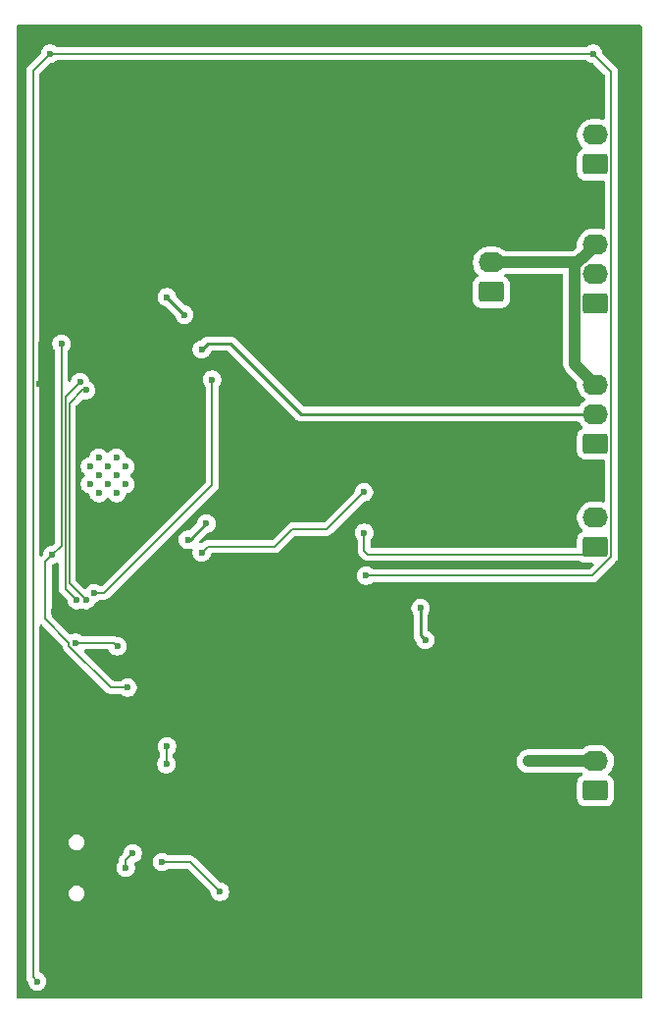
<source format=gbr>
%TF.GenerationSoftware,KiCad,Pcbnew,9.0.1*%
%TF.CreationDate,2025-04-06T11:33:29+02:00*%
%TF.ProjectId,TocBoatReceiver,546f6342-6f61-4745-9265-636569766572,rev?*%
%TF.SameCoordinates,Original*%
%TF.FileFunction,Copper,L2,Bot*%
%TF.FilePolarity,Positive*%
%FSLAX46Y46*%
G04 Gerber Fmt 4.6, Leading zero omitted, Abs format (unit mm)*
G04 Created by KiCad (PCBNEW 9.0.1) date 2025-04-06 11:33:29*
%MOMM*%
%LPD*%
G01*
G04 APERTURE LIST*
G04 Aperture macros list*
%AMRoundRect*
0 Rectangle with rounded corners*
0 $1 Rounding radius*
0 $2 $3 $4 $5 $6 $7 $8 $9 X,Y pos of 4 corners*
0 Add a 4 corners polygon primitive as box body*
4,1,4,$2,$3,$4,$5,$6,$7,$8,$9,$2,$3,0*
0 Add four circle primitives for the rounded corners*
1,1,$1+$1,$2,$3*
1,1,$1+$1,$4,$5*
1,1,$1+$1,$6,$7*
1,1,$1+$1,$8,$9*
0 Add four rect primitives between the rounded corners*
20,1,$1+$1,$2,$3,$4,$5,0*
20,1,$1+$1,$4,$5,$6,$7,0*
20,1,$1+$1,$6,$7,$8,$9,0*
20,1,$1+$1,$8,$9,$2,$3,0*%
G04 Aperture macros list end*
%TA.AperFunction,ComponentPad*%
%ADD10RoundRect,0.250000X0.845000X-0.620000X0.845000X0.620000X-0.845000X0.620000X-0.845000X-0.620000X0*%
%TD*%
%TA.AperFunction,ComponentPad*%
%ADD11O,2.190000X1.740000*%
%TD*%
%TA.AperFunction,HeatsinkPad*%
%ADD12C,0.600000*%
%TD*%
%TA.AperFunction,ViaPad*%
%ADD13C,0.600000*%
%TD*%
%TA.AperFunction,Conductor*%
%ADD14C,0.254000*%
%TD*%
%TA.AperFunction,Conductor*%
%ADD15C,1.000000*%
%TD*%
%TA.AperFunction,Conductor*%
%ADD16C,0.127000*%
%TD*%
%TA.AperFunction,Conductor*%
%ADD17C,0.200000*%
%TD*%
G04 APERTURE END LIST*
D10*
%TO.P,J8,1,Pin_1*%
%TO.N,+BATT*%
X173000000Y-72540000D03*
D11*
%TO.P,J8,2,Pin_2*%
%TO.N,GND*%
X173000000Y-70000000D03*
%TD*%
D10*
%TO.P,J6,1,Pin_1*%
%TO.N,+BATT*%
X182000000Y-85620000D03*
D11*
%TO.P,J6,2,Pin_2*%
%TO.N,/ESP32/GPIO4*%
X182000000Y-83080000D03*
%TO.P,J6,3,Pin_3*%
%TO.N,GND*%
X182000000Y-80540000D03*
%TD*%
D10*
%TO.P,J7,1,Pin_1*%
%TO.N,+BATT*%
X182000000Y-73540000D03*
D11*
%TO.P,J7,2,Pin_2*%
%TO.N,/ESP32/GPIO14*%
X182000000Y-71000000D03*
%TO.P,J7,3,Pin_3*%
%TO.N,GND*%
X182000000Y-68460000D03*
%TD*%
D10*
%TO.P,J3,1,Pin_1*%
%TO.N,Net-(J3-Pin_1)*%
X182000000Y-115540000D03*
D11*
%TO.P,J3,2,Pin_2*%
%TO.N,GND*%
X182000000Y-113000000D03*
%TD*%
D10*
%TO.P,J4,1,Pin_1*%
%TO.N,Net-(J4-Pin_1)*%
X182000000Y-94540000D03*
D11*
%TO.P,J4,2,Pin_2*%
%TO.N,Net-(J4-Pin_2)*%
X182000000Y-92000000D03*
%TD*%
D12*
%TO.P,U3,39,GND*%
%TO.N,GND*%
X139117500Y-89875000D03*
X140642500Y-89875000D03*
X138355000Y-89112500D03*
X139880000Y-89112500D03*
X141405000Y-89112500D03*
X139117500Y-88350000D03*
X140642500Y-88350000D03*
X138355000Y-87587500D03*
X139880000Y-87587500D03*
X141405000Y-87587500D03*
X139117500Y-86825000D03*
X140642500Y-86825000D03*
%TD*%
D10*
%TO.P,J5,1,Pin_1*%
%TO.N,Net-(J5-Pin_1)*%
X182000000Y-61540000D03*
D11*
%TO.P,J5,2,Pin_2*%
%TO.N,Net-(J5-Pin_2)*%
X182000000Y-59000000D03*
%TD*%
D13*
%TO.N,GND*%
X146800000Y-93900000D03*
X148400000Y-92500000D03*
X176200000Y-113000000D03*
%TO.N,+3.3V*%
X140700000Y-109800000D03*
X135200000Y-100100000D03*
X148700000Y-125700000D03*
%TO.N,/ESP32/SCL*%
X167300000Y-102550000D03*
X166900000Y-99800000D03*
%TO.N,+3.3V*%
X164500000Y-103500000D03*
%TO.N,/ESP32/GPIO4*%
X148000000Y-77500000D03*
%TO.N,+3.3V*%
X147000000Y-59000000D03*
X153000000Y-66500000D03*
%TO.N,/ESP32/GPIO16*%
X146500000Y-74500000D03*
X145000000Y-73000000D03*
%TO.N,+3.3V*%
X167500000Y-107500000D03*
%TO.N,EN*%
X141600000Y-106650000D03*
X135900000Y-77000000D03*
X135100000Y-95200000D03*
%TO.N,+3.3V*%
X134000000Y-80500000D03*
X176000000Y-125200000D03*
X168600000Y-123000000D03*
X134100000Y-77100000D03*
%TO.N,Net-(D1-K)*%
X133800000Y-132000000D03*
X162200000Y-97000000D03*
X134900000Y-52000000D03*
X181800000Y-52000000D03*
%TO.N,TX*%
X138000003Y-99100000D03*
X138000000Y-81000000D03*
%TO.N,D0*%
X148900000Y-80100000D03*
X140701500Y-103101500D03*
X138700000Y-98500000D03*
X137100000Y-102800000D03*
%TO.N,RX*%
X137200000Y-99100000D03*
X137500000Y-80300000D03*
%TO.N,+5V*%
X144573108Y-121694310D03*
X149566988Y-124266453D03*
%TO.N,Net-(J2-D+)*%
X142032603Y-120948454D03*
X141437500Y-122200000D03*
%TO.N,Net-(J4-Pin_1)*%
X162036500Y-93300000D03*
%TO.N,/ESP32/GPIO14*%
X148000000Y-95000000D03*
X162000828Y-89800828D03*
%TO.N,Net-(Q1B-E2)*%
X144951544Y-113248456D03*
X144991317Y-111709500D03*
%TD*%
D14*
%TO.N,GND*%
X147000000Y-93900000D02*
X148400000Y-92500000D01*
X146800000Y-93900000D02*
X147000000Y-93900000D01*
D15*
X182000000Y-113000000D02*
X176200000Y-113000000D01*
X180460000Y-70000000D02*
X181280000Y-69180000D01*
X173000000Y-70000000D02*
X180460000Y-70000000D01*
X181280000Y-69180000D02*
X180204000Y-70256000D01*
X180204000Y-70256000D02*
X180204000Y-78744000D01*
X180204000Y-78744000D02*
X182000000Y-80540000D01*
X182000000Y-68460000D02*
X181280000Y-69180000D01*
D14*
%TO.N,/ESP32/SCL*%
X166900000Y-102150000D02*
X167300000Y-102550000D01*
X166900000Y-99800000D02*
X166900000Y-102150000D01*
D16*
%TO.N,/ESP32/GPIO14*%
X158801656Y-93000000D02*
X162000828Y-89800828D01*
X154300000Y-94500000D02*
X155800000Y-93000000D01*
X155800000Y-93000000D02*
X158801656Y-93000000D01*
%TO.N,TX*%
X136554000Y-97654000D02*
X138000000Y-99100000D01*
X136554000Y-82146000D02*
X136554000Y-97654000D01*
X138000000Y-81000000D02*
X137700000Y-81000000D01*
X138000000Y-99100000D02*
X138000003Y-99100000D01*
X137700000Y-81000000D02*
X136554000Y-82146000D01*
D14*
%TO.N,/ESP32/GPIO4*%
X148500000Y-77000000D02*
X148000000Y-77500000D01*
X150500000Y-77000000D02*
X148500000Y-77000000D01*
X156580000Y-83080000D02*
X150500000Y-77000000D01*
X182000000Y-83080000D02*
X156580000Y-83080000D01*
%TO.N,/ESP32/GPIO16*%
X146500000Y-74500000D02*
X145000000Y-73000000D01*
D16*
%TO.N,EN*%
X136536500Y-103033410D02*
X136536500Y-102779752D01*
X141600000Y-106650000D02*
X140153090Y-106650000D01*
X134473000Y-100716252D02*
X134473000Y-95827000D01*
X136536500Y-102779752D02*
X134473000Y-100716252D01*
X135900000Y-94400000D02*
X135100000Y-95200000D01*
X134473000Y-95827000D02*
X135100000Y-95200000D01*
X140153090Y-106650000D02*
X136536500Y-103033410D01*
X135900000Y-77000000D02*
X135900000Y-94400000D01*
%TO.N,+3.3V*%
X134000000Y-80500000D02*
X134000000Y-77200000D01*
X134000000Y-77200000D02*
X134100000Y-77100000D01*
%TO.N,Net-(D1-K)*%
X183358500Y-53558500D02*
X183358500Y-95379626D01*
X183358500Y-95379626D02*
X181738126Y-97000000D01*
X181800000Y-52000000D02*
X183358500Y-53558500D01*
X181800000Y-52000000D02*
X134900000Y-52000000D01*
X181738126Y-97000000D02*
X162200000Y-97000000D01*
X133436500Y-131636500D02*
X133800000Y-132000000D01*
X134900000Y-52000000D02*
X133436500Y-53463500D01*
X133436500Y-53463500D02*
X133436500Y-131636500D01*
%TO.N,D0*%
X144400000Y-93700000D02*
X148900000Y-89200000D01*
X140400000Y-102800000D02*
X140701500Y-103101500D01*
X138700000Y-98500000D02*
X139600000Y-98500000D01*
X137100000Y-102800000D02*
X140400000Y-102800000D01*
X148900000Y-89200000D02*
X148900000Y-80100000D01*
X139600000Y-98500000D02*
X144400000Y-93700000D01*
%TO.N,RX*%
X137200000Y-99100000D02*
X136227000Y-98127000D01*
X136227000Y-81500000D02*
X136300000Y-81500000D01*
X136300000Y-81500000D02*
X137500000Y-80300000D01*
X136227000Y-98127000D02*
X136227000Y-81500000D01*
%TO.N,+5V*%
X146994845Y-121694310D02*
X149566988Y-124266453D01*
X144573108Y-121694310D02*
X146994845Y-121694310D01*
D17*
%TO.N,Net-(J2-D+)*%
X141437500Y-122200000D02*
X141437500Y-121543557D01*
X141437500Y-121543557D02*
X142032603Y-120948454D01*
D16*
%TO.N,Net-(J4-Pin_1)*%
X162036500Y-94833410D02*
X162036500Y-93300000D01*
X181376500Y-95163500D02*
X162366590Y-95163500D01*
X162366590Y-95163500D02*
X162036500Y-94833410D01*
X182000000Y-94540000D02*
X181376500Y-95163500D01*
%TO.N,/ESP32/GPIO14*%
X154300000Y-94500000D02*
X148500000Y-94500000D01*
X148500000Y-94500000D02*
X148000000Y-95000000D01*
%TO.N,Net-(Q1B-E2)*%
X144951544Y-111749273D02*
X144991317Y-111709500D01*
X144951544Y-113248456D02*
X144951544Y-111749273D01*
%TD*%
%TA.AperFunction,Conductor*%
%TO.N,+3.3V*%
G36*
X185942539Y-49520185D02*
G01*
X185988294Y-49572989D01*
X185999500Y-49624500D01*
X185999500Y-133375500D01*
X185979815Y-133442539D01*
X185927011Y-133488294D01*
X185875500Y-133499500D01*
X132124500Y-133499500D01*
X132057461Y-133479815D01*
X132011706Y-133427011D01*
X132000500Y-133375500D01*
X132000500Y-53389248D01*
X132872500Y-53389248D01*
X132872500Y-131710752D01*
X132910935Y-131854195D01*
X132910936Y-131854198D01*
X132982887Y-131978820D01*
X132999500Y-132040820D01*
X132999500Y-132078846D01*
X133030261Y-132233489D01*
X133030264Y-132233501D01*
X133090602Y-132379172D01*
X133090609Y-132379185D01*
X133178210Y-132510288D01*
X133178213Y-132510292D01*
X133289707Y-132621786D01*
X133289711Y-132621789D01*
X133420814Y-132709390D01*
X133420827Y-132709397D01*
X133566498Y-132769735D01*
X133566503Y-132769737D01*
X133721153Y-132800499D01*
X133721156Y-132800500D01*
X133721158Y-132800500D01*
X133878844Y-132800500D01*
X133878845Y-132800499D01*
X134033497Y-132769737D01*
X134179179Y-132709394D01*
X134310289Y-132621789D01*
X134421789Y-132510289D01*
X134509394Y-132379179D01*
X134569737Y-132233497D01*
X134600500Y-132078842D01*
X134600500Y-131921158D01*
X134600500Y-131921155D01*
X134600499Y-131921153D01*
X134569738Y-131766510D01*
X134569737Y-131766503D01*
X134546645Y-131710753D01*
X134509397Y-131620827D01*
X134509390Y-131620814D01*
X134421789Y-131489711D01*
X134421786Y-131489707D01*
X134310292Y-131378213D01*
X134310288Y-131378210D01*
X134179185Y-131290609D01*
X134179175Y-131290604D01*
X134077047Y-131248301D01*
X134022644Y-131204460D01*
X134000579Y-131138166D01*
X134000500Y-131133740D01*
X134000500Y-124468995D01*
X136499499Y-124468995D01*
X136526418Y-124604322D01*
X136526421Y-124604332D01*
X136579221Y-124731804D01*
X136579228Y-124731817D01*
X136655885Y-124846541D01*
X136655888Y-124846545D01*
X136753454Y-124944111D01*
X136753458Y-124944114D01*
X136868182Y-125020771D01*
X136868195Y-125020778D01*
X136979673Y-125066953D01*
X136995672Y-125073580D01*
X136995676Y-125073580D01*
X136995677Y-125073581D01*
X137131004Y-125100500D01*
X137131007Y-125100500D01*
X137268995Y-125100500D01*
X137360041Y-125082389D01*
X137404328Y-125073580D01*
X137531811Y-125020775D01*
X137646542Y-124944114D01*
X137744114Y-124846542D01*
X137820775Y-124731811D01*
X137873580Y-124604328D01*
X137882389Y-124560041D01*
X137900500Y-124468995D01*
X137900500Y-124331004D01*
X137873581Y-124195677D01*
X137873580Y-124195676D01*
X137873580Y-124195672D01*
X137870239Y-124187606D01*
X137820778Y-124068195D01*
X137820771Y-124068182D01*
X137744114Y-123953458D01*
X137744111Y-123953454D01*
X137646545Y-123855888D01*
X137646541Y-123855885D01*
X137531817Y-123779228D01*
X137531804Y-123779221D01*
X137404332Y-123726421D01*
X137404322Y-123726418D01*
X137268995Y-123699500D01*
X137268993Y-123699500D01*
X137131007Y-123699500D01*
X137131005Y-123699500D01*
X136995677Y-123726418D01*
X136995667Y-123726421D01*
X136868195Y-123779221D01*
X136868182Y-123779228D01*
X136753458Y-123855885D01*
X136753454Y-123855888D01*
X136655888Y-123953454D01*
X136655885Y-123953458D01*
X136579228Y-124068182D01*
X136579221Y-124068195D01*
X136526421Y-124195667D01*
X136526418Y-124195677D01*
X136499500Y-124331004D01*
X136499500Y-124331007D01*
X136499500Y-124468993D01*
X136499500Y-124468995D01*
X136499499Y-124468995D01*
X134000500Y-124468995D01*
X134000500Y-122121153D01*
X140637000Y-122121153D01*
X140637000Y-122278846D01*
X140667761Y-122433489D01*
X140667764Y-122433501D01*
X140728102Y-122579172D01*
X140728109Y-122579185D01*
X140815710Y-122710288D01*
X140815713Y-122710292D01*
X140927207Y-122821786D01*
X140927211Y-122821789D01*
X141058314Y-122909390D01*
X141058327Y-122909397D01*
X141203998Y-122969735D01*
X141204003Y-122969737D01*
X141358653Y-123000499D01*
X141358656Y-123000500D01*
X141358658Y-123000500D01*
X141516344Y-123000500D01*
X141516345Y-123000499D01*
X141670997Y-122969737D01*
X141816679Y-122909394D01*
X141947789Y-122821789D01*
X142059289Y-122710289D01*
X142146894Y-122579179D01*
X142207237Y-122433497D01*
X142238000Y-122278842D01*
X142238000Y-122121158D01*
X142238000Y-122121155D01*
X142237999Y-122121153D01*
X142228518Y-122073489D01*
X142207237Y-121966503D01*
X142174513Y-121887501D01*
X142167045Y-121818033D01*
X142198320Y-121755554D01*
X142258409Y-121719902D01*
X142264865Y-121718436D01*
X142266100Y-121718191D01*
X142411782Y-121657848D01*
X142475216Y-121615463D01*
X143772608Y-121615463D01*
X143772608Y-121773156D01*
X143803369Y-121927799D01*
X143803372Y-121927811D01*
X143863710Y-122073482D01*
X143863717Y-122073495D01*
X143951318Y-122204598D01*
X143951321Y-122204602D01*
X144062815Y-122316096D01*
X144062819Y-122316099D01*
X144193922Y-122403700D01*
X144193935Y-122403707D01*
X144339606Y-122464045D01*
X144339611Y-122464047D01*
X144494261Y-122494809D01*
X144494264Y-122494810D01*
X144494266Y-122494810D01*
X144651952Y-122494810D01*
X144651953Y-122494809D01*
X144806605Y-122464047D01*
X144952287Y-122403704D01*
X145083397Y-122316099D01*
X145083400Y-122316096D01*
X145104868Y-122294629D01*
X145166191Y-122261144D01*
X145192549Y-122258310D01*
X146709867Y-122258310D01*
X146776906Y-122277995D01*
X146797548Y-122294629D01*
X148730169Y-124227250D01*
X148763654Y-124288573D01*
X148766488Y-124314931D01*
X148766488Y-124345299D01*
X148797249Y-124499942D01*
X148797252Y-124499954D01*
X148857590Y-124645625D01*
X148857597Y-124645638D01*
X148945198Y-124776741D01*
X148945201Y-124776745D01*
X149056695Y-124888239D01*
X149056699Y-124888242D01*
X149187802Y-124975843D01*
X149187815Y-124975850D01*
X149333486Y-125036188D01*
X149333491Y-125036190D01*
X149488141Y-125066952D01*
X149488144Y-125066953D01*
X149488146Y-125066953D01*
X149645832Y-125066953D01*
X149645833Y-125066952D01*
X149800485Y-125036190D01*
X149946167Y-124975847D01*
X150077277Y-124888242D01*
X150188777Y-124776742D01*
X150276382Y-124645632D01*
X150336725Y-124499950D01*
X150367488Y-124345295D01*
X150367488Y-124187611D01*
X150367488Y-124187608D01*
X150367487Y-124187606D01*
X150336725Y-124032956D01*
X150303796Y-123953458D01*
X150276385Y-123887280D01*
X150276378Y-123887267D01*
X150188777Y-123756164D01*
X150188774Y-123756160D01*
X150077280Y-123644666D01*
X150077276Y-123644663D01*
X149946173Y-123557062D01*
X149946160Y-123557055D01*
X149800489Y-123496717D01*
X149800477Y-123496714D01*
X149645833Y-123465953D01*
X149645830Y-123465953D01*
X149615467Y-123465953D01*
X149548428Y-123446268D01*
X149527786Y-123429634D01*
X147453228Y-121355077D01*
X147453226Y-121355074D01*
X147341151Y-121242999D01*
X147341149Y-121242997D01*
X147235421Y-121181955D01*
X147212543Y-121168746D01*
X147212542Y-121168745D01*
X147212541Y-121168745D01*
X147069098Y-121130310D01*
X147069097Y-121130310D01*
X145192549Y-121130310D01*
X145125510Y-121110625D01*
X145104868Y-121093991D01*
X145083400Y-121072523D01*
X145083396Y-121072520D01*
X144952293Y-120984919D01*
X144952280Y-120984912D01*
X144806609Y-120924574D01*
X144806597Y-120924571D01*
X144651953Y-120893810D01*
X144651950Y-120893810D01*
X144494266Y-120893810D01*
X144494263Y-120893810D01*
X144339618Y-120924571D01*
X144339606Y-120924574D01*
X144193935Y-120984912D01*
X144193922Y-120984919D01*
X144062819Y-121072520D01*
X144062815Y-121072523D01*
X143951321Y-121184017D01*
X143951318Y-121184021D01*
X143863717Y-121315124D01*
X143863710Y-121315137D01*
X143803372Y-121460808D01*
X143803369Y-121460820D01*
X143772608Y-121615463D01*
X142475216Y-121615463D01*
X142542892Y-121570243D01*
X142542895Y-121570240D01*
X142591441Y-121521695D01*
X142654389Y-121458746D01*
X142654392Y-121458743D01*
X142741997Y-121327633D01*
X142747176Y-121315131D01*
X142777055Y-121242995D01*
X142802340Y-121181951D01*
X142833103Y-121027296D01*
X142833103Y-120869612D01*
X142833103Y-120869609D01*
X142833102Y-120869607D01*
X142802341Y-120714964D01*
X142802341Y-120714962D01*
X142802340Y-120714957D01*
X142785201Y-120673580D01*
X142742000Y-120569281D01*
X142741993Y-120569268D01*
X142654392Y-120438165D01*
X142654389Y-120438161D01*
X142542895Y-120326667D01*
X142542891Y-120326664D01*
X142411788Y-120239063D01*
X142411775Y-120239056D01*
X142266104Y-120178718D01*
X142266092Y-120178715D01*
X142111448Y-120147954D01*
X142111445Y-120147954D01*
X141953761Y-120147954D01*
X141953758Y-120147954D01*
X141799113Y-120178715D01*
X141799101Y-120178718D01*
X141653430Y-120239056D01*
X141653417Y-120239063D01*
X141522314Y-120326664D01*
X141522310Y-120326667D01*
X141410816Y-120438161D01*
X141410813Y-120438165D01*
X141323212Y-120569268D01*
X141323205Y-120569281D01*
X141262867Y-120714952D01*
X141262864Y-120714962D01*
X141231965Y-120870301D01*
X141223199Y-120887058D01*
X141219180Y-120905535D01*
X141200435Y-120930576D01*
X141199580Y-120932212D01*
X141198030Y-120933790D01*
X141146908Y-120984912D01*
X141068785Y-121063035D01*
X141068784Y-121063036D01*
X141061718Y-121070103D01*
X141061715Y-121070104D01*
X141061714Y-121070105D01*
X141061715Y-121070106D01*
X140956978Y-121174842D01*
X140926643Y-121227386D01*
X140917630Y-121242998D01*
X140877923Y-121311772D01*
X140836999Y-121464500D01*
X140836999Y-121464502D01*
X140836999Y-121620235D01*
X140817314Y-121687274D01*
X140816101Y-121689126D01*
X140728109Y-121820814D01*
X140728102Y-121820827D01*
X140667764Y-121966498D01*
X140667761Y-121966510D01*
X140637000Y-122121153D01*
X134000500Y-122121153D01*
X134000500Y-120068995D01*
X136499499Y-120068995D01*
X136526418Y-120204322D01*
X136526421Y-120204332D01*
X136579221Y-120331804D01*
X136579228Y-120331817D01*
X136655885Y-120446541D01*
X136655888Y-120446545D01*
X136753454Y-120544111D01*
X136753458Y-120544114D01*
X136868182Y-120620771D01*
X136868195Y-120620778D01*
X136995667Y-120673578D01*
X136995672Y-120673580D01*
X136995676Y-120673580D01*
X136995677Y-120673581D01*
X137131004Y-120700500D01*
X137131007Y-120700500D01*
X137268995Y-120700500D01*
X137360041Y-120682389D01*
X137404328Y-120673580D01*
X137531811Y-120620775D01*
X137646542Y-120544114D01*
X137744114Y-120446542D01*
X137820775Y-120331811D01*
X137873580Y-120204328D01*
X137900500Y-120068993D01*
X137900500Y-119931007D01*
X137900500Y-119931004D01*
X137873581Y-119795677D01*
X137873580Y-119795676D01*
X137873580Y-119795672D01*
X137873578Y-119795667D01*
X137820778Y-119668195D01*
X137820771Y-119668182D01*
X137744114Y-119553458D01*
X137744111Y-119553454D01*
X137646545Y-119455888D01*
X137646541Y-119455885D01*
X137531817Y-119379228D01*
X137531804Y-119379221D01*
X137404332Y-119326421D01*
X137404322Y-119326418D01*
X137268995Y-119299500D01*
X137268993Y-119299500D01*
X137131007Y-119299500D01*
X137131005Y-119299500D01*
X136995677Y-119326418D01*
X136995667Y-119326421D01*
X136868195Y-119379221D01*
X136868182Y-119379228D01*
X136753458Y-119455885D01*
X136753454Y-119455888D01*
X136655888Y-119553454D01*
X136655885Y-119553458D01*
X136579228Y-119668182D01*
X136579221Y-119668195D01*
X136526421Y-119795667D01*
X136526418Y-119795677D01*
X136499500Y-119931004D01*
X136499500Y-119931007D01*
X136499500Y-120068993D01*
X136499500Y-120068995D01*
X136499499Y-120068995D01*
X134000500Y-120068995D01*
X134000500Y-113169609D01*
X144151044Y-113169609D01*
X144151044Y-113327302D01*
X144181805Y-113481945D01*
X144181808Y-113481957D01*
X144242146Y-113627628D01*
X144242153Y-113627641D01*
X144329754Y-113758744D01*
X144329757Y-113758748D01*
X144441251Y-113870242D01*
X144441255Y-113870245D01*
X144572358Y-113957846D01*
X144572371Y-113957853D01*
X144675332Y-114000500D01*
X144718047Y-114018193D01*
X144801551Y-114034803D01*
X144872697Y-114048955D01*
X144872700Y-114048956D01*
X144872702Y-114048956D01*
X145030388Y-114048956D01*
X145030389Y-114048955D01*
X145185041Y-114018193D01*
X145297710Y-113971523D01*
X145330716Y-113957853D01*
X145330716Y-113957852D01*
X145330723Y-113957850D01*
X145461833Y-113870245D01*
X145573333Y-113758745D01*
X145660938Y-113627635D01*
X145721281Y-113481953D01*
X145752044Y-113327298D01*
X145752044Y-113169614D01*
X145752044Y-113169611D01*
X145752043Y-113169609D01*
X145737907Y-113098543D01*
X175199499Y-113098543D01*
X175237947Y-113291829D01*
X175237950Y-113291839D01*
X175313364Y-113473907D01*
X175313371Y-113473920D01*
X175422860Y-113637781D01*
X175422863Y-113637785D01*
X175562214Y-113777136D01*
X175562218Y-113777139D01*
X175726079Y-113886628D01*
X175726092Y-113886635D01*
X175898013Y-113957846D01*
X175908165Y-113962051D01*
X175908169Y-113962051D01*
X175908170Y-113962052D01*
X176101456Y-114000500D01*
X176101459Y-114000500D01*
X180779624Y-114000500D01*
X180846663Y-114020185D01*
X180892418Y-114072989D01*
X180902362Y-114142147D01*
X180873337Y-114205703D01*
X180841014Y-114230100D01*
X180841813Y-114231395D01*
X180835667Y-114235185D01*
X180835666Y-114235186D01*
X180737419Y-114295784D01*
X180686342Y-114327289D01*
X180562289Y-114451342D01*
X180470187Y-114600663D01*
X180470186Y-114600666D01*
X180415001Y-114767203D01*
X180415001Y-114767204D01*
X180415000Y-114767204D01*
X180404500Y-114869983D01*
X180404500Y-116210001D01*
X180404501Y-116210018D01*
X180415000Y-116312796D01*
X180415001Y-116312799D01*
X180470185Y-116479331D01*
X180470186Y-116479334D01*
X180562288Y-116628656D01*
X180686344Y-116752712D01*
X180835666Y-116844814D01*
X181002203Y-116899999D01*
X181104991Y-116910500D01*
X182895008Y-116910499D01*
X182997797Y-116899999D01*
X183164334Y-116844814D01*
X183313656Y-116752712D01*
X183437712Y-116628656D01*
X183529814Y-116479334D01*
X183584999Y-116312797D01*
X183595500Y-116210009D01*
X183595499Y-114869992D01*
X183584999Y-114767203D01*
X183529814Y-114600666D01*
X183437712Y-114451344D01*
X183313656Y-114327288D01*
X183164334Y-114235186D01*
X183164326Y-114235181D01*
X183163645Y-114234864D01*
X183163256Y-114234521D01*
X183158187Y-114231395D01*
X183158721Y-114230528D01*
X183111208Y-114188688D01*
X183092060Y-114121494D01*
X183112280Y-114054614D01*
X183128366Y-114034813D01*
X183270359Y-113892821D01*
X183397157Y-113718299D01*
X183495092Y-113526089D01*
X183561754Y-113320926D01*
X183576752Y-113226230D01*
X183595500Y-113107866D01*
X183595500Y-112892133D01*
X183571113Y-112738163D01*
X183561754Y-112679074D01*
X183495092Y-112473911D01*
X183397157Y-112281701D01*
X183270359Y-112107179D01*
X183117821Y-111954641D01*
X182943299Y-111827843D01*
X182751089Y-111729908D01*
X182545926Y-111663246D01*
X182545924Y-111663245D01*
X182545922Y-111663245D01*
X182332866Y-111629500D01*
X182332861Y-111629500D01*
X181667139Y-111629500D01*
X181667134Y-111629500D01*
X181454077Y-111663245D01*
X181248908Y-111729909D01*
X181056700Y-111827843D01*
X180957129Y-111900186D01*
X180882179Y-111954641D01*
X180882177Y-111954643D01*
X180882176Y-111954643D01*
X180873639Y-111963181D01*
X180812316Y-111996666D01*
X180785958Y-111999500D01*
X176101457Y-111999500D01*
X175908170Y-112037947D01*
X175908160Y-112037950D01*
X175726092Y-112113364D01*
X175726079Y-112113371D01*
X175562218Y-112222860D01*
X175562214Y-112222863D01*
X175422863Y-112362214D01*
X175422860Y-112362218D01*
X175313371Y-112526079D01*
X175313364Y-112526092D01*
X175237950Y-112708160D01*
X175237947Y-112708170D01*
X175199500Y-112901456D01*
X175199500Y-112901459D01*
X175199500Y-113098541D01*
X175199500Y-113098543D01*
X175199499Y-113098543D01*
X145737907Y-113098543D01*
X145721281Y-113014959D01*
X145670405Y-112892133D01*
X145660941Y-112869283D01*
X145660934Y-112869270D01*
X145573333Y-112738167D01*
X145573330Y-112738163D01*
X145551863Y-112716696D01*
X145518378Y-112655373D01*
X145515544Y-112629015D01*
X145515544Y-112368713D01*
X145535229Y-112301674D01*
X145551858Y-112281036D01*
X145613106Y-112219789D01*
X145700711Y-112088679D01*
X145761054Y-111942997D01*
X145791817Y-111788342D01*
X145791817Y-111630658D01*
X145791817Y-111630655D01*
X145791816Y-111630653D01*
X145761055Y-111476010D01*
X145761054Y-111476003D01*
X145761052Y-111475998D01*
X145700714Y-111330327D01*
X145700707Y-111330314D01*
X145613106Y-111199211D01*
X145613103Y-111199207D01*
X145501609Y-111087713D01*
X145501605Y-111087710D01*
X145370502Y-111000109D01*
X145370489Y-111000102D01*
X145224818Y-110939764D01*
X145224806Y-110939761D01*
X145070162Y-110909000D01*
X145070159Y-110909000D01*
X144912475Y-110909000D01*
X144912472Y-110909000D01*
X144757827Y-110939761D01*
X144757815Y-110939764D01*
X144612144Y-111000102D01*
X144612131Y-111000109D01*
X144481028Y-111087710D01*
X144481024Y-111087713D01*
X144369530Y-111199207D01*
X144369527Y-111199211D01*
X144281926Y-111330314D01*
X144281919Y-111330327D01*
X144221581Y-111475998D01*
X144221578Y-111476010D01*
X144190817Y-111630653D01*
X144190817Y-111788346D01*
X144221578Y-111942989D01*
X144221581Y-111943001D01*
X144281919Y-112088672D01*
X144281926Y-112088685D01*
X144366646Y-112215476D01*
X144387524Y-112282153D01*
X144387544Y-112284367D01*
X144387544Y-112629015D01*
X144367859Y-112696054D01*
X144351225Y-112716696D01*
X144329757Y-112738163D01*
X144329754Y-112738167D01*
X144242153Y-112869270D01*
X144242146Y-112869283D01*
X144181808Y-113014954D01*
X144181805Y-113014966D01*
X144151044Y-113169609D01*
X134000500Y-113169609D01*
X134000500Y-101340730D01*
X134020185Y-101273691D01*
X134072989Y-101227936D01*
X134142147Y-101217992D01*
X134205703Y-101247017D01*
X134212181Y-101253049D01*
X135936181Y-102977049D01*
X135969666Y-103038372D01*
X135972500Y-103064730D01*
X135972500Y-103107663D01*
X135989683Y-103171789D01*
X135991974Y-103180341D01*
X136010935Y-103251107D01*
X136010936Y-103251108D01*
X136085187Y-103379714D01*
X136085189Y-103379716D01*
X136197261Y-103491788D01*
X136197266Y-103491792D01*
X139806786Y-107101313D01*
X139806787Y-107101314D01*
X139806789Y-107101315D01*
X139935390Y-107175563D01*
X139935391Y-107175563D01*
X139935394Y-107175565D01*
X140078838Y-107214001D01*
X140078841Y-107214001D01*
X140234939Y-107214001D01*
X140234955Y-107214000D01*
X140980559Y-107214000D01*
X141047598Y-107233685D01*
X141068240Y-107250319D01*
X141089707Y-107271786D01*
X141089711Y-107271789D01*
X141220814Y-107359390D01*
X141220827Y-107359397D01*
X141366498Y-107419735D01*
X141366503Y-107419737D01*
X141521153Y-107450499D01*
X141521156Y-107450500D01*
X141521158Y-107450500D01*
X141678844Y-107450500D01*
X141678845Y-107450499D01*
X141833497Y-107419737D01*
X141979179Y-107359394D01*
X142110289Y-107271789D01*
X142221789Y-107160289D01*
X142309394Y-107029179D01*
X142369737Y-106883497D01*
X142400500Y-106728842D01*
X142400500Y-106571158D01*
X142400500Y-106571155D01*
X142400499Y-106571153D01*
X142369738Y-106416510D01*
X142369737Y-106416503D01*
X142369735Y-106416498D01*
X142309397Y-106270827D01*
X142309390Y-106270814D01*
X142221789Y-106139711D01*
X142221786Y-106139707D01*
X142110292Y-106028213D01*
X142110288Y-106028210D01*
X141979185Y-105940609D01*
X141979172Y-105940602D01*
X141833501Y-105880264D01*
X141833489Y-105880261D01*
X141678845Y-105849500D01*
X141678842Y-105849500D01*
X141521158Y-105849500D01*
X141521155Y-105849500D01*
X141366510Y-105880261D01*
X141366498Y-105880264D01*
X141220827Y-105940602D01*
X141220814Y-105940609D01*
X141089711Y-106028210D01*
X141089707Y-106028213D01*
X141068240Y-106049681D01*
X141006917Y-106083166D01*
X140980559Y-106086000D01*
X140438069Y-106086000D01*
X140371030Y-106066315D01*
X140350388Y-106049681D01*
X137876388Y-103575681D01*
X137842903Y-103514358D01*
X137847887Y-103444666D01*
X137889759Y-103388733D01*
X137955223Y-103364316D01*
X137964069Y-103364000D01*
X139860922Y-103364000D01*
X139927961Y-103383685D01*
X139973716Y-103436489D01*
X139975483Y-103440548D01*
X139992102Y-103480673D01*
X139992109Y-103480685D01*
X140079710Y-103611788D01*
X140079713Y-103611792D01*
X140191207Y-103723286D01*
X140191211Y-103723289D01*
X140322314Y-103810890D01*
X140322327Y-103810897D01*
X140467998Y-103871235D01*
X140468003Y-103871237D01*
X140622653Y-103901999D01*
X140622656Y-103902000D01*
X140622658Y-103902000D01*
X140780344Y-103902000D01*
X140780345Y-103901999D01*
X140934997Y-103871237D01*
X141080679Y-103810894D01*
X141211789Y-103723289D01*
X141323289Y-103611789D01*
X141410894Y-103480679D01*
X141471237Y-103334997D01*
X141502000Y-103180342D01*
X141502000Y-103022658D01*
X141502000Y-103022655D01*
X141501999Y-103022653D01*
X141471238Y-102868010D01*
X141471237Y-102868003D01*
X141471235Y-102867998D01*
X141410897Y-102722327D01*
X141410890Y-102722314D01*
X141323289Y-102591211D01*
X141323286Y-102591207D01*
X141211792Y-102479713D01*
X141211788Y-102479710D01*
X141080685Y-102392109D01*
X141080672Y-102392102D01*
X140935001Y-102331764D01*
X140934989Y-102331761D01*
X140780345Y-102301000D01*
X140780342Y-102301000D01*
X140696933Y-102301000D01*
X140634934Y-102284387D01*
X140617696Y-102274435D01*
X140474253Y-102236000D01*
X140474252Y-102236000D01*
X137719441Y-102236000D01*
X137652402Y-102216315D01*
X137631760Y-102199681D01*
X137610292Y-102178213D01*
X137610288Y-102178210D01*
X137479185Y-102090609D01*
X137479172Y-102090602D01*
X137333501Y-102030264D01*
X137333489Y-102030261D01*
X137178845Y-101999500D01*
X137178842Y-101999500D01*
X137021158Y-101999500D01*
X137021155Y-101999500D01*
X136866510Y-102030261D01*
X136866498Y-102030264D01*
X136743733Y-102081115D01*
X136674264Y-102088584D01*
X136611785Y-102057308D01*
X136608600Y-102054235D01*
X135073319Y-100518954D01*
X135039834Y-100457631D01*
X135037000Y-100431273D01*
X135037000Y-96124500D01*
X135056685Y-96057461D01*
X135109489Y-96011706D01*
X135161000Y-96000500D01*
X135178844Y-96000500D01*
X135178845Y-96000499D01*
X135333497Y-95969737D01*
X135479179Y-95909394D01*
X135479188Y-95909387D01*
X135480542Y-95908665D01*
X135481343Y-95908498D01*
X135484808Y-95907063D01*
X135485080Y-95907719D01*
X135548944Y-95894420D01*
X135614189Y-95919418D01*
X135655562Y-95975721D01*
X135663000Y-96018021D01*
X135663000Y-98201254D01*
X135684716Y-98282303D01*
X135684717Y-98282303D01*
X135701436Y-98344699D01*
X135775684Y-98473300D01*
X135775689Y-98473306D01*
X135887761Y-98585378D01*
X135887767Y-98585383D01*
X136363181Y-99060797D01*
X136396666Y-99122120D01*
X136399500Y-99148478D01*
X136399500Y-99178846D01*
X136430261Y-99333489D01*
X136430264Y-99333501D01*
X136490602Y-99479172D01*
X136490609Y-99479185D01*
X136578210Y-99610288D01*
X136578213Y-99610292D01*
X136689707Y-99721786D01*
X136689711Y-99721789D01*
X136820814Y-99809390D01*
X136820827Y-99809397D01*
X136966498Y-99869735D01*
X136966503Y-99869737D01*
X137121153Y-99900499D01*
X137121156Y-99900500D01*
X137121158Y-99900500D01*
X137278844Y-99900500D01*
X137278845Y-99900499D01*
X137433497Y-99869737D01*
X137552550Y-99820423D01*
X137622017Y-99812955D01*
X137647450Y-99820422D01*
X137766506Y-99869737D01*
X137921156Y-99900499D01*
X137921159Y-99900500D01*
X137921161Y-99900500D01*
X138078847Y-99900500D01*
X138078848Y-99900499D01*
X138233500Y-99869737D01*
X138379182Y-99809394D01*
X138510292Y-99721789D01*
X138510928Y-99721153D01*
X166099500Y-99721153D01*
X166099500Y-99878846D01*
X166130261Y-100033489D01*
X166130264Y-100033501D01*
X166190603Y-100179174D01*
X166190604Y-100179175D01*
X166190606Y-100179179D01*
X166251602Y-100270465D01*
X166272480Y-100337142D01*
X166272500Y-100339356D01*
X166272500Y-102211807D01*
X166296612Y-102333028D01*
X166296613Y-102333032D01*
X166296614Y-102333035D01*
X166321083Y-102392106D01*
X166343917Y-102447233D01*
X166384417Y-102507845D01*
X166387515Y-102512481D01*
X166387518Y-102512487D01*
X166412589Y-102550008D01*
X166474908Y-102612327D01*
X166508392Y-102673648D01*
X166508843Y-102675815D01*
X166530261Y-102783491D01*
X166530264Y-102783501D01*
X166590602Y-102929172D01*
X166590609Y-102929185D01*
X166678210Y-103060288D01*
X166678213Y-103060292D01*
X166789707Y-103171786D01*
X166789711Y-103171789D01*
X166920814Y-103259390D01*
X166920827Y-103259397D01*
X167066498Y-103319735D01*
X167066503Y-103319737D01*
X167221153Y-103350499D01*
X167221156Y-103350500D01*
X167221158Y-103350500D01*
X167378844Y-103350500D01*
X167378845Y-103350499D01*
X167533497Y-103319737D01*
X167679179Y-103259394D01*
X167810289Y-103171789D01*
X167921789Y-103060289D01*
X168009394Y-102929179D01*
X168069737Y-102783497D01*
X168100500Y-102628842D01*
X168100500Y-102471158D01*
X168100500Y-102471155D01*
X168100499Y-102471153D01*
X168084775Y-102392106D01*
X168069737Y-102316503D01*
X168069735Y-102316498D01*
X168009397Y-102170827D01*
X168009390Y-102170814D01*
X167921789Y-102039711D01*
X167921786Y-102039707D01*
X167810292Y-101928213D01*
X167810288Y-101928210D01*
X167679185Y-101840609D01*
X167679175Y-101840604D01*
X167604047Y-101809485D01*
X167549644Y-101765644D01*
X167527579Y-101699350D01*
X167527500Y-101694924D01*
X167527500Y-100339356D01*
X167547185Y-100272317D01*
X167548398Y-100270465D01*
X167609394Y-100179179D01*
X167669737Y-100033497D01*
X167700500Y-99878842D01*
X167700500Y-99721158D01*
X167700500Y-99721155D01*
X167700499Y-99721153D01*
X167678447Y-99610292D01*
X167669737Y-99566503D01*
X167633569Y-99479185D01*
X167609397Y-99420827D01*
X167609390Y-99420814D01*
X167521789Y-99289711D01*
X167521786Y-99289707D01*
X167410292Y-99178213D01*
X167410288Y-99178210D01*
X167279185Y-99090609D01*
X167279172Y-99090602D01*
X167133501Y-99030264D01*
X167133489Y-99030261D01*
X166978845Y-98999500D01*
X166978842Y-98999500D01*
X166821158Y-98999500D01*
X166821155Y-98999500D01*
X166666510Y-99030261D01*
X166666498Y-99030264D01*
X166520827Y-99090602D01*
X166520814Y-99090609D01*
X166389711Y-99178210D01*
X166389707Y-99178213D01*
X166278213Y-99289707D01*
X166278210Y-99289711D01*
X166190609Y-99420814D01*
X166190602Y-99420827D01*
X166130264Y-99566498D01*
X166130261Y-99566510D01*
X166099500Y-99721153D01*
X138510928Y-99721153D01*
X138604697Y-99627385D01*
X138621789Y-99610292D01*
X138621792Y-99610289D01*
X138709397Y-99479179D01*
X138758455Y-99360740D01*
X138802293Y-99306342D01*
X138848823Y-99286580D01*
X138868616Y-99282642D01*
X138933497Y-99269737D01*
X139079179Y-99209394D01*
X139210289Y-99121789D01*
X139210292Y-99121786D01*
X139231760Y-99100319D01*
X139293083Y-99066834D01*
X139319441Y-99064000D01*
X139674251Y-99064000D01*
X139674253Y-99064000D01*
X139817696Y-99025565D01*
X139825329Y-99021158D01*
X139946304Y-98951313D01*
X140051313Y-98846304D01*
X140051313Y-98846302D01*
X140061517Y-98836099D01*
X140061520Y-98836094D01*
X144851312Y-94046304D01*
X145076463Y-93821153D01*
X145999500Y-93821153D01*
X145999500Y-93978846D01*
X146030261Y-94133489D01*
X146030264Y-94133501D01*
X146090602Y-94279172D01*
X146090609Y-94279185D01*
X146178210Y-94410288D01*
X146178213Y-94410292D01*
X146289707Y-94521786D01*
X146289711Y-94521789D01*
X146420814Y-94609390D01*
X146420827Y-94609397D01*
X146527390Y-94653536D01*
X146566503Y-94669737D01*
X146721153Y-94700499D01*
X146721156Y-94700500D01*
X146721158Y-94700500D01*
X146878844Y-94700500D01*
X146878845Y-94700499D01*
X147033497Y-94669737D01*
X147054578Y-94661004D01*
X147124046Y-94653536D01*
X147186525Y-94684811D01*
X147222178Y-94744899D01*
X147223647Y-94799757D01*
X147199500Y-94921153D01*
X147199500Y-95078846D01*
X147230261Y-95233489D01*
X147230264Y-95233501D01*
X147290602Y-95379172D01*
X147290609Y-95379185D01*
X147378210Y-95510288D01*
X147378213Y-95510292D01*
X147489707Y-95621786D01*
X147489711Y-95621789D01*
X147620814Y-95709390D01*
X147620827Y-95709397D01*
X147764912Y-95769078D01*
X147766503Y-95769737D01*
X147921153Y-95800499D01*
X147921156Y-95800500D01*
X147921158Y-95800500D01*
X148078844Y-95800500D01*
X148078845Y-95800499D01*
X148233497Y-95769737D01*
X148379179Y-95709394D01*
X148510289Y-95621789D01*
X148621789Y-95510289D01*
X148709394Y-95379179D01*
X148710841Y-95375687D01*
X148748518Y-95284724D01*
X148769737Y-95233497D01*
X148783599Y-95163809D01*
X148815983Y-95101898D01*
X148876699Y-95067324D01*
X148905216Y-95064000D01*
X154374251Y-95064000D01*
X154374253Y-95064000D01*
X154517696Y-95025565D01*
X154544212Y-95010256D01*
X154646304Y-94951313D01*
X154751313Y-94846304D01*
X154751313Y-94846302D01*
X154761517Y-94836099D01*
X154761520Y-94836094D01*
X155997297Y-93600319D01*
X156058620Y-93566834D01*
X156084978Y-93564000D01*
X158875907Y-93564000D01*
X158875909Y-93564000D01*
X159019352Y-93525565D01*
X159027569Y-93520821D01*
X159147960Y-93451313D01*
X159252969Y-93346304D01*
X159252969Y-93346302D01*
X159263173Y-93336099D01*
X159263176Y-93336094D01*
X161961625Y-90637647D01*
X162022948Y-90604162D01*
X162049306Y-90601328D01*
X162079672Y-90601328D01*
X162079673Y-90601327D01*
X162234325Y-90570565D01*
X162380007Y-90510222D01*
X162511117Y-90422617D01*
X162622617Y-90311117D01*
X162710222Y-90180007D01*
X162770565Y-90034325D01*
X162801328Y-89879670D01*
X162801328Y-89721986D01*
X162801328Y-89721983D01*
X162801327Y-89721981D01*
X162770566Y-89567338D01*
X162770565Y-89567331D01*
X162761856Y-89546306D01*
X162710225Y-89421655D01*
X162710218Y-89421642D01*
X162622617Y-89290539D01*
X162622614Y-89290535D01*
X162511120Y-89179041D01*
X162511116Y-89179038D01*
X162380013Y-89091437D01*
X162380000Y-89091430D01*
X162234329Y-89031092D01*
X162234317Y-89031089D01*
X162079673Y-89000328D01*
X162079670Y-89000328D01*
X161921986Y-89000328D01*
X161921983Y-89000328D01*
X161767338Y-89031089D01*
X161767326Y-89031092D01*
X161621655Y-89091430D01*
X161621642Y-89091437D01*
X161490539Y-89179038D01*
X161490535Y-89179041D01*
X161379041Y-89290535D01*
X161379038Y-89290539D01*
X161291437Y-89421642D01*
X161291430Y-89421655D01*
X161231092Y-89567326D01*
X161231089Y-89567338D01*
X161200328Y-89721981D01*
X161200328Y-89752350D01*
X161180643Y-89819389D01*
X161164009Y-89840031D01*
X158604359Y-92399681D01*
X158543036Y-92433166D01*
X158516678Y-92436000D01*
X155725747Y-92436000D01*
X155582301Y-92474435D01*
X155538890Y-92499500D01*
X155453696Y-92548687D01*
X155453693Y-92548689D01*
X155348687Y-92653696D01*
X155348685Y-92653698D01*
X154710778Y-93291606D01*
X154102703Y-93899681D01*
X154041380Y-93933166D01*
X154015022Y-93936000D01*
X148581865Y-93936000D01*
X148581849Y-93935999D01*
X148574253Y-93935999D01*
X148425748Y-93935999D01*
X148294063Y-93971284D01*
X148282300Y-93974436D01*
X148153699Y-94048684D01*
X148153693Y-94048689D01*
X148087361Y-94115022D01*
X148048687Y-94153696D01*
X148048685Y-94153698D01*
X148040824Y-94161558D01*
X148039197Y-94163186D01*
X148029365Y-94168553D01*
X148029789Y-94169189D01*
X148029786Y-94169191D01*
X148029362Y-94168555D01*
X147996998Y-94186225D01*
X147977878Y-94196666D01*
X147977875Y-94196666D01*
X147977872Y-94196668D01*
X147977864Y-94196667D01*
X147951520Y-94199500D01*
X147921157Y-94199500D01*
X147906089Y-94202497D01*
X147836498Y-94196268D01*
X147781321Y-94153404D01*
X147758078Y-94087514D01*
X147774147Y-94019517D01*
X147794215Y-93993202D01*
X148462328Y-93325089D01*
X148523649Y-93291606D01*
X148525648Y-93291189D01*
X148633497Y-93269737D01*
X148779179Y-93209394D01*
X148910289Y-93121789D01*
X149021789Y-93010289D01*
X149109394Y-92879179D01*
X149169737Y-92733497D01*
X149200500Y-92578842D01*
X149200500Y-92421158D01*
X149200500Y-92421155D01*
X149200499Y-92421153D01*
X149180562Y-92320926D01*
X149169737Y-92266503D01*
X149169735Y-92266498D01*
X149109397Y-92120827D01*
X149109390Y-92120814D01*
X149021789Y-91989711D01*
X149021786Y-91989707D01*
X148910292Y-91878213D01*
X148910288Y-91878210D01*
X148779185Y-91790609D01*
X148779172Y-91790602D01*
X148633501Y-91730264D01*
X148633489Y-91730261D01*
X148478845Y-91699500D01*
X148478842Y-91699500D01*
X148321158Y-91699500D01*
X148321155Y-91699500D01*
X148166510Y-91730261D01*
X148166498Y-91730264D01*
X148020827Y-91790602D01*
X148020814Y-91790609D01*
X147889711Y-91878210D01*
X147889707Y-91878213D01*
X147778213Y-91989707D01*
X147778210Y-91989711D01*
X147690609Y-92120814D01*
X147690602Y-92120827D01*
X147630264Y-92266498D01*
X147630261Y-92266508D01*
X147608843Y-92374183D01*
X147576458Y-92436094D01*
X147574907Y-92437672D01*
X146949399Y-93063181D01*
X146888076Y-93096666D01*
X146861718Y-93099500D01*
X146721155Y-93099500D01*
X146566510Y-93130261D01*
X146566498Y-93130264D01*
X146420827Y-93190602D01*
X146420814Y-93190609D01*
X146289711Y-93278210D01*
X146289707Y-93278213D01*
X146178213Y-93389707D01*
X146178210Y-93389711D01*
X146090609Y-93520814D01*
X146090602Y-93520827D01*
X146030264Y-93666498D01*
X146030261Y-93666510D01*
X145999500Y-93821153D01*
X145076463Y-93821153D01*
X149236094Y-89661520D01*
X149236099Y-89661517D01*
X149246302Y-89651313D01*
X149246304Y-89651313D01*
X149351313Y-89546304D01*
X149425565Y-89417696D01*
X149439762Y-89364711D01*
X149464000Y-89274253D01*
X149464000Y-89125747D01*
X149464000Y-80719440D01*
X149483685Y-80652401D01*
X149500315Y-80631762D01*
X149521789Y-80610289D01*
X149609394Y-80479179D01*
X149669737Y-80333497D01*
X149700500Y-80178842D01*
X149700500Y-80021158D01*
X149700500Y-80021155D01*
X149700499Y-80021153D01*
X149680543Y-79920827D01*
X149669737Y-79866503D01*
X149637929Y-79789711D01*
X149609397Y-79720827D01*
X149609390Y-79720814D01*
X149521789Y-79589711D01*
X149521786Y-79589707D01*
X149410292Y-79478213D01*
X149410288Y-79478210D01*
X149279185Y-79390609D01*
X149279172Y-79390602D01*
X149133501Y-79330264D01*
X149133489Y-79330261D01*
X148978845Y-79299500D01*
X148978842Y-79299500D01*
X148821158Y-79299500D01*
X148821155Y-79299500D01*
X148666510Y-79330261D01*
X148666498Y-79330264D01*
X148520827Y-79390602D01*
X148520814Y-79390609D01*
X148389711Y-79478210D01*
X148389707Y-79478213D01*
X148278213Y-79589707D01*
X148278210Y-79589711D01*
X148190609Y-79720814D01*
X148190602Y-79720827D01*
X148130264Y-79866498D01*
X148130261Y-79866510D01*
X148099500Y-80021153D01*
X148099500Y-80178846D01*
X148130261Y-80333489D01*
X148130264Y-80333501D01*
X148190602Y-80479172D01*
X148190609Y-80479185D01*
X148278209Y-80610287D01*
X148278210Y-80610288D01*
X148278211Y-80610289D01*
X148299681Y-80631759D01*
X148333166Y-80693080D01*
X148336000Y-80719440D01*
X148336000Y-88915022D01*
X148316315Y-88982061D01*
X148299681Y-89002703D01*
X144053696Y-93248688D01*
X139404912Y-97897471D01*
X139343589Y-97930956D01*
X139273897Y-97925972D01*
X139229550Y-97897471D01*
X139210292Y-97878213D01*
X139210288Y-97878210D01*
X139079185Y-97790609D01*
X139079172Y-97790602D01*
X138933501Y-97730264D01*
X138933489Y-97730261D01*
X138778845Y-97699500D01*
X138778842Y-97699500D01*
X138621158Y-97699500D01*
X138621155Y-97699500D01*
X138466510Y-97730261D01*
X138466498Y-97730264D01*
X138320827Y-97790602D01*
X138320814Y-97790609D01*
X138189711Y-97878210D01*
X138189707Y-97878213D01*
X138078213Y-97989707D01*
X138005587Y-98098399D01*
X137951974Y-98143203D01*
X137882649Y-98151910D01*
X137819622Y-98121755D01*
X137814804Y-98117188D01*
X137154319Y-97456703D01*
X137120834Y-97395380D01*
X137118000Y-97369022D01*
X137118000Y-87508653D01*
X137554500Y-87508653D01*
X137554500Y-87666346D01*
X137585261Y-87820989D01*
X137585264Y-87821001D01*
X137645602Y-87966672D01*
X137645609Y-87966685D01*
X137733210Y-88097788D01*
X137733213Y-88097792D01*
X137844707Y-88209286D01*
X137844711Y-88209289D01*
X137900996Y-88246898D01*
X137945801Y-88300510D01*
X137954508Y-88369835D01*
X137924353Y-88432863D01*
X137900996Y-88453102D01*
X137844711Y-88490710D01*
X137844707Y-88490713D01*
X137733213Y-88602207D01*
X137733210Y-88602211D01*
X137645609Y-88733314D01*
X137645602Y-88733327D01*
X137585264Y-88878998D01*
X137585261Y-88879010D01*
X137554500Y-89033653D01*
X137554500Y-89191346D01*
X137585261Y-89345989D01*
X137585264Y-89346001D01*
X137645602Y-89491672D01*
X137645609Y-89491685D01*
X137733210Y-89622788D01*
X137733213Y-89622792D01*
X137844707Y-89734286D01*
X137844711Y-89734289D01*
X137975814Y-89821890D01*
X137975827Y-89821897D01*
X138115310Y-89879672D01*
X138121503Y-89882237D01*
X138202155Y-89898279D01*
X138228961Y-89903612D01*
X138290872Y-89935997D01*
X138325446Y-89996712D01*
X138326387Y-90001037D01*
X138347761Y-90108491D01*
X138347764Y-90108501D01*
X138408102Y-90254172D01*
X138408109Y-90254185D01*
X138495710Y-90385288D01*
X138495713Y-90385292D01*
X138607207Y-90496786D01*
X138607211Y-90496789D01*
X138738314Y-90584390D01*
X138738327Y-90584397D01*
X138847217Y-90629500D01*
X138884003Y-90644737D01*
X139038653Y-90675499D01*
X139038656Y-90675500D01*
X139038658Y-90675500D01*
X139196344Y-90675500D01*
X139196345Y-90675499D01*
X139350997Y-90644737D01*
X139496679Y-90584394D01*
X139627789Y-90496789D01*
X139739289Y-90385289D01*
X139776898Y-90329003D01*
X139830509Y-90284198D01*
X139899834Y-90275491D01*
X139962862Y-90305645D01*
X139983103Y-90329004D01*
X140020712Y-90385291D01*
X140132207Y-90496786D01*
X140132211Y-90496789D01*
X140263314Y-90584390D01*
X140263327Y-90584397D01*
X140372217Y-90629500D01*
X140409003Y-90644737D01*
X140563653Y-90675499D01*
X140563656Y-90675500D01*
X140563658Y-90675500D01*
X140721344Y-90675500D01*
X140721345Y-90675499D01*
X140875997Y-90644737D01*
X141021679Y-90584394D01*
X141152789Y-90496789D01*
X141264289Y-90385289D01*
X141351894Y-90254179D01*
X141412237Y-90108497D01*
X141433612Y-90001037D01*
X141465996Y-89939127D01*
X141526712Y-89904553D01*
X141531038Y-89903612D01*
X141638497Y-89882237D01*
X141784179Y-89821894D01*
X141915289Y-89734289D01*
X142026789Y-89622789D01*
X142114394Y-89491679D01*
X142174737Y-89345997D01*
X142205500Y-89191342D01*
X142205500Y-89033658D01*
X142205500Y-89033655D01*
X142205499Y-89033653D01*
X142192118Y-88966384D01*
X142174737Y-88879003D01*
X142174735Y-88878998D01*
X142114397Y-88733327D01*
X142114390Y-88733314D01*
X142026789Y-88602211D01*
X142026786Y-88602207D01*
X141915291Y-88490712D01*
X141892015Y-88475159D01*
X141859003Y-88453101D01*
X141814198Y-88399491D01*
X141805491Y-88330166D01*
X141835645Y-88267138D01*
X141859003Y-88246898D01*
X141915289Y-88209289D01*
X142026789Y-88097789D01*
X142114394Y-87966679D01*
X142174737Y-87820997D01*
X142205500Y-87666342D01*
X142205500Y-87508658D01*
X142205500Y-87508655D01*
X142205499Y-87508653D01*
X142174738Y-87354010D01*
X142174737Y-87354003D01*
X142174735Y-87353998D01*
X142114397Y-87208327D01*
X142114390Y-87208314D01*
X142026789Y-87077211D01*
X142026786Y-87077207D01*
X141915292Y-86965713D01*
X141915288Y-86965710D01*
X141784185Y-86878109D01*
X141784172Y-86878102D01*
X141638501Y-86817764D01*
X141638491Y-86817761D01*
X141531037Y-86796387D01*
X141469126Y-86764002D01*
X141434552Y-86703286D01*
X141433612Y-86698961D01*
X141412238Y-86591510D01*
X141412238Y-86591508D01*
X141412237Y-86591503D01*
X141398911Y-86559331D01*
X141351897Y-86445827D01*
X141351890Y-86445814D01*
X141264289Y-86314711D01*
X141264286Y-86314707D01*
X141152792Y-86203213D01*
X141152788Y-86203210D01*
X141021685Y-86115609D01*
X141021672Y-86115602D01*
X140876001Y-86055264D01*
X140875989Y-86055261D01*
X140721345Y-86024500D01*
X140721342Y-86024500D01*
X140563658Y-86024500D01*
X140563655Y-86024500D01*
X140409010Y-86055261D01*
X140408998Y-86055264D01*
X140263327Y-86115602D01*
X140263314Y-86115609D01*
X140132211Y-86203210D01*
X140132207Y-86203213D01*
X140020713Y-86314707D01*
X140020710Y-86314711D01*
X139983102Y-86370996D01*
X139929490Y-86415801D01*
X139860165Y-86424508D01*
X139797137Y-86394353D01*
X139776898Y-86370996D01*
X139739289Y-86314711D01*
X139739286Y-86314707D01*
X139627792Y-86203213D01*
X139627788Y-86203210D01*
X139496685Y-86115609D01*
X139496672Y-86115602D01*
X139351001Y-86055264D01*
X139350989Y-86055261D01*
X139196345Y-86024500D01*
X139196342Y-86024500D01*
X139038658Y-86024500D01*
X139038655Y-86024500D01*
X138884010Y-86055261D01*
X138883998Y-86055264D01*
X138738327Y-86115602D01*
X138738314Y-86115609D01*
X138607211Y-86203210D01*
X138607207Y-86203213D01*
X138495713Y-86314707D01*
X138495710Y-86314711D01*
X138408109Y-86445814D01*
X138408102Y-86445827D01*
X138347764Y-86591498D01*
X138347761Y-86591508D01*
X138326387Y-86698962D01*
X138294002Y-86760873D01*
X138233286Y-86795447D01*
X138228962Y-86796387D01*
X138121508Y-86817761D01*
X138121498Y-86817764D01*
X137975827Y-86878102D01*
X137975814Y-86878109D01*
X137844711Y-86965710D01*
X137844707Y-86965713D01*
X137733213Y-87077207D01*
X137733210Y-87077211D01*
X137645609Y-87208314D01*
X137645602Y-87208327D01*
X137585264Y-87353998D01*
X137585261Y-87354010D01*
X137554500Y-87508653D01*
X137118000Y-87508653D01*
X137118000Y-82430977D01*
X137137685Y-82363938D01*
X137154315Y-82343300D01*
X137687421Y-81810193D01*
X137748742Y-81776710D01*
X137799291Y-81776259D01*
X137827733Y-81781916D01*
X137921155Y-81800500D01*
X137921158Y-81800500D01*
X138078844Y-81800500D01*
X138078845Y-81800499D01*
X138233497Y-81769737D01*
X138346166Y-81723067D01*
X138379172Y-81709397D01*
X138379172Y-81709396D01*
X138379179Y-81709394D01*
X138510289Y-81621789D01*
X138621789Y-81510289D01*
X138709394Y-81379179D01*
X138769737Y-81233497D01*
X138800500Y-81078842D01*
X138800500Y-80921158D01*
X138800500Y-80921155D01*
X138800499Y-80921153D01*
X138769738Y-80766510D01*
X138769737Y-80766503D01*
X138750243Y-80719440D01*
X138709397Y-80620827D01*
X138709390Y-80620814D01*
X138621789Y-80489711D01*
X138621786Y-80489707D01*
X138510292Y-80378213D01*
X138510288Y-80378210D01*
X138379185Y-80290609D01*
X138379176Y-80290604D01*
X138369723Y-80286689D01*
X138315320Y-80242848D01*
X138295559Y-80196319D01*
X138269737Y-80066503D01*
X138250955Y-80021158D01*
X138209397Y-79920827D01*
X138209390Y-79920814D01*
X138121789Y-79789711D01*
X138121786Y-79789707D01*
X138010292Y-79678213D01*
X138010288Y-79678210D01*
X137879185Y-79590609D01*
X137879172Y-79590602D01*
X137733501Y-79530264D01*
X137733489Y-79530261D01*
X137578845Y-79499500D01*
X137578842Y-79499500D01*
X137421158Y-79499500D01*
X137421155Y-79499500D01*
X137266510Y-79530261D01*
X137266498Y-79530264D01*
X137120827Y-79590602D01*
X137120814Y-79590609D01*
X136989711Y-79678210D01*
X136989707Y-79678213D01*
X136878213Y-79789707D01*
X136878210Y-79789711D01*
X136790609Y-79920814D01*
X136790602Y-79920827D01*
X136730264Y-80066498D01*
X136730261Y-80066508D01*
X136709617Y-80170294D01*
X136677232Y-80232205D01*
X136616516Y-80266779D01*
X136546747Y-80263039D01*
X136490075Y-80222172D01*
X136464493Y-80157154D01*
X136464000Y-80146102D01*
X136464000Y-77619440D01*
X136483685Y-77552401D01*
X136500315Y-77531762D01*
X136521789Y-77510289D01*
X136609394Y-77379179D01*
X136669737Y-77233497D01*
X136700500Y-77078842D01*
X136700500Y-76921158D01*
X136700500Y-76921155D01*
X136700499Y-76921153D01*
X136674531Y-76790606D01*
X136669737Y-76766503D01*
X136669735Y-76766498D01*
X136609397Y-76620827D01*
X136609390Y-76620814D01*
X136521789Y-76489711D01*
X136521786Y-76489707D01*
X136410292Y-76378213D01*
X136410288Y-76378210D01*
X136279185Y-76290609D01*
X136279172Y-76290602D01*
X136133501Y-76230264D01*
X136133489Y-76230261D01*
X135978845Y-76199500D01*
X135978842Y-76199500D01*
X135821158Y-76199500D01*
X135821155Y-76199500D01*
X135666510Y-76230261D01*
X135666498Y-76230264D01*
X135520827Y-76290602D01*
X135520814Y-76290609D01*
X135389711Y-76378210D01*
X135389707Y-76378213D01*
X135278213Y-76489707D01*
X135278210Y-76489711D01*
X135190609Y-76620814D01*
X135190602Y-76620827D01*
X135130264Y-76766498D01*
X135130261Y-76766510D01*
X135099500Y-76921153D01*
X135099500Y-77078846D01*
X135130261Y-77233489D01*
X135130264Y-77233501D01*
X135190602Y-77379172D01*
X135190609Y-77379185D01*
X135278209Y-77510287D01*
X135278210Y-77510288D01*
X135278211Y-77510289D01*
X135299681Y-77531759D01*
X135333166Y-77593080D01*
X135336000Y-77619440D01*
X135336000Y-94115022D01*
X135327355Y-94144462D01*
X135320832Y-94174449D01*
X135317077Y-94179464D01*
X135316315Y-94182061D01*
X135299681Y-94202703D01*
X135139203Y-94363181D01*
X135077880Y-94396666D01*
X135051522Y-94399500D01*
X135021155Y-94399500D01*
X134866510Y-94430261D01*
X134866498Y-94430264D01*
X134720827Y-94490602D01*
X134720814Y-94490609D01*
X134589711Y-94578210D01*
X134589707Y-94578213D01*
X134478213Y-94689707D01*
X134478210Y-94689711D01*
X134390609Y-94820814D01*
X134390602Y-94820827D01*
X134330264Y-94966498D01*
X134330261Y-94966510D01*
X134299500Y-95121153D01*
X134299500Y-95151521D01*
X134290855Y-95180961D01*
X134284332Y-95210948D01*
X134280577Y-95215963D01*
X134279815Y-95218560D01*
X134263181Y-95239202D01*
X134212181Y-95290202D01*
X134150858Y-95323687D01*
X134081166Y-95318703D01*
X134025233Y-95276831D01*
X134000816Y-95211367D01*
X134000500Y-95202521D01*
X134000500Y-72921153D01*
X144199500Y-72921153D01*
X144199500Y-73078846D01*
X144230261Y-73233489D01*
X144230264Y-73233501D01*
X144290602Y-73379172D01*
X144290609Y-73379185D01*
X144378210Y-73510288D01*
X144378213Y-73510292D01*
X144489707Y-73621786D01*
X144489711Y-73621789D01*
X144620814Y-73709390D01*
X144620827Y-73709397D01*
X144671206Y-73730264D01*
X144766503Y-73769737D01*
X144874185Y-73791156D01*
X144936092Y-73823539D01*
X144937672Y-73825091D01*
X145674907Y-74562326D01*
X145708392Y-74623649D01*
X145708843Y-74625815D01*
X145730261Y-74733491D01*
X145730264Y-74733501D01*
X145790602Y-74879172D01*
X145790609Y-74879185D01*
X145878210Y-75010288D01*
X145878213Y-75010292D01*
X145989707Y-75121786D01*
X145989711Y-75121789D01*
X146120814Y-75209390D01*
X146120827Y-75209397D01*
X146266498Y-75269735D01*
X146266503Y-75269737D01*
X146421153Y-75300499D01*
X146421156Y-75300500D01*
X146421158Y-75300500D01*
X146578844Y-75300500D01*
X146578845Y-75300499D01*
X146733497Y-75269737D01*
X146879179Y-75209394D01*
X147010289Y-75121789D01*
X147121789Y-75010289D01*
X147209394Y-74879179D01*
X147269737Y-74733497D01*
X147300500Y-74578842D01*
X147300500Y-74421158D01*
X147300500Y-74421155D01*
X147300499Y-74421153D01*
X147269738Y-74266510D01*
X147269737Y-74266503D01*
X147269735Y-74266498D01*
X147209397Y-74120827D01*
X147209390Y-74120814D01*
X147121789Y-73989711D01*
X147121786Y-73989707D01*
X147010292Y-73878213D01*
X147010288Y-73878210D01*
X146879185Y-73790609D01*
X146879172Y-73790602D01*
X146733501Y-73730264D01*
X146733491Y-73730261D01*
X146625815Y-73708843D01*
X146563904Y-73676458D01*
X146562326Y-73674907D01*
X145825091Y-72937672D01*
X145791606Y-72876349D01*
X145791183Y-72874323D01*
X145769737Y-72766503D01*
X145754651Y-72730082D01*
X145709397Y-72620827D01*
X145709390Y-72620814D01*
X145621789Y-72489711D01*
X145621786Y-72489707D01*
X145510292Y-72378213D01*
X145510288Y-72378210D01*
X145379185Y-72290609D01*
X145379172Y-72290602D01*
X145233501Y-72230264D01*
X145233489Y-72230261D01*
X145078845Y-72199500D01*
X145078842Y-72199500D01*
X144921158Y-72199500D01*
X144921155Y-72199500D01*
X144766510Y-72230261D01*
X144766498Y-72230264D01*
X144620827Y-72290602D01*
X144620814Y-72290609D01*
X144489711Y-72378210D01*
X144489707Y-72378213D01*
X144378213Y-72489707D01*
X144378210Y-72489711D01*
X144290609Y-72620814D01*
X144290602Y-72620827D01*
X144230264Y-72766498D01*
X144230261Y-72766510D01*
X144199500Y-72921153D01*
X134000500Y-72921153D01*
X134000500Y-53748478D01*
X134020185Y-53681439D01*
X134036819Y-53660797D01*
X134860798Y-52836819D01*
X134922121Y-52803334D01*
X134948479Y-52800500D01*
X134978844Y-52800500D01*
X134978845Y-52800499D01*
X135133497Y-52769737D01*
X135279179Y-52709394D01*
X135410289Y-52621789D01*
X135410292Y-52621786D01*
X135431760Y-52600319D01*
X135493083Y-52566834D01*
X135519441Y-52564000D01*
X181180559Y-52564000D01*
X181247598Y-52583685D01*
X181268240Y-52600319D01*
X181289707Y-52621786D01*
X181289711Y-52621789D01*
X181420814Y-52709390D01*
X181420827Y-52709397D01*
X181566498Y-52769735D01*
X181566503Y-52769737D01*
X181721153Y-52800499D01*
X181721156Y-52800500D01*
X181721158Y-52800500D01*
X181751522Y-52800500D01*
X181818561Y-52820185D01*
X181839203Y-52836819D01*
X182758181Y-53755797D01*
X182791666Y-53817120D01*
X182794500Y-53843478D01*
X182794500Y-57573341D01*
X182774815Y-57640380D01*
X182722011Y-57686135D01*
X182652853Y-57696079D01*
X182632183Y-57691272D01*
X182545927Y-57663246D01*
X182545922Y-57663245D01*
X182332866Y-57629500D01*
X182332861Y-57629500D01*
X181667139Y-57629500D01*
X181667134Y-57629500D01*
X181454077Y-57663245D01*
X181248908Y-57729909D01*
X181056700Y-57827843D01*
X180957129Y-57900186D01*
X180882179Y-57954641D01*
X180882177Y-57954643D01*
X180882176Y-57954643D01*
X180729643Y-58107176D01*
X180729643Y-58107177D01*
X180729641Y-58107179D01*
X180675186Y-58182129D01*
X180602843Y-58281700D01*
X180504909Y-58473908D01*
X180438245Y-58679077D01*
X180404500Y-58892133D01*
X180404500Y-59107866D01*
X180438245Y-59320922D01*
X180438246Y-59320926D01*
X180504908Y-59526089D01*
X180602843Y-59718299D01*
X180729641Y-59892821D01*
X180729643Y-59892823D01*
X180871624Y-60034804D01*
X180905109Y-60096127D01*
X180900125Y-60165819D01*
X180858253Y-60221752D01*
X180836360Y-60234861D01*
X180835677Y-60235179D01*
X180686342Y-60327289D01*
X180562289Y-60451342D01*
X180470187Y-60600663D01*
X180470186Y-60600666D01*
X180415001Y-60767203D01*
X180415001Y-60767204D01*
X180415000Y-60767204D01*
X180404500Y-60869983D01*
X180404500Y-62210001D01*
X180404501Y-62210018D01*
X180415000Y-62312796D01*
X180415001Y-62312799D01*
X180470185Y-62479331D01*
X180470186Y-62479334D01*
X180562288Y-62628656D01*
X180686344Y-62752712D01*
X180835666Y-62844814D01*
X181002203Y-62899999D01*
X181104991Y-62910500D01*
X182670500Y-62910499D01*
X182737539Y-62930184D01*
X182783294Y-62982987D01*
X182794500Y-63034499D01*
X182794500Y-67033341D01*
X182774815Y-67100380D01*
X182722011Y-67146135D01*
X182652853Y-67156079D01*
X182632183Y-67151272D01*
X182545927Y-67123246D01*
X182545922Y-67123245D01*
X182332866Y-67089500D01*
X182332861Y-67089500D01*
X181667139Y-67089500D01*
X181667134Y-67089500D01*
X181454077Y-67123245D01*
X181248908Y-67189909D01*
X181056700Y-67287843D01*
X180957129Y-67360186D01*
X180882179Y-67414641D01*
X180882177Y-67414643D01*
X180882176Y-67414643D01*
X180729643Y-67567176D01*
X180729643Y-67567177D01*
X180729641Y-67567179D01*
X180675186Y-67642129D01*
X180602843Y-67741700D01*
X180504909Y-67933908D01*
X180438245Y-68139077D01*
X180404500Y-68352133D01*
X180404500Y-68567865D01*
X180404559Y-68568238D01*
X180404540Y-68568381D01*
X180404882Y-68572723D01*
X180403969Y-68572794D01*
X180395601Y-68637531D01*
X180369766Y-68675312D01*
X180081897Y-68963182D01*
X180020577Y-68996666D01*
X179994218Y-68999500D01*
X174214042Y-68999500D01*
X174147003Y-68979815D01*
X174126361Y-68963181D01*
X174117823Y-68954643D01*
X174117821Y-68954641D01*
X173943299Y-68827843D01*
X173751089Y-68729908D01*
X173545926Y-68663246D01*
X173545924Y-68663245D01*
X173545922Y-68663245D01*
X173332866Y-68629500D01*
X173332861Y-68629500D01*
X172667139Y-68629500D01*
X172667134Y-68629500D01*
X172454077Y-68663245D01*
X172248908Y-68729909D01*
X172056700Y-68827843D01*
X171957129Y-68900186D01*
X171882179Y-68954641D01*
X171882177Y-68954643D01*
X171882176Y-68954643D01*
X171729643Y-69107176D01*
X171729643Y-69107177D01*
X171729641Y-69107179D01*
X171675186Y-69182129D01*
X171602843Y-69281700D01*
X171504909Y-69473908D01*
X171438245Y-69679077D01*
X171404500Y-69892133D01*
X171404500Y-70107866D01*
X171438245Y-70320922D01*
X171438246Y-70320926D01*
X171504908Y-70526089D01*
X171602843Y-70718299D01*
X171729641Y-70892821D01*
X171729643Y-70892823D01*
X171871624Y-71034804D01*
X171905109Y-71096127D01*
X171900125Y-71165819D01*
X171858253Y-71221752D01*
X171836360Y-71234861D01*
X171835677Y-71235179D01*
X171686342Y-71327289D01*
X171562289Y-71451342D01*
X171470187Y-71600663D01*
X171470186Y-71600666D01*
X171415001Y-71767203D01*
X171415001Y-71767204D01*
X171415000Y-71767204D01*
X171404500Y-71869983D01*
X171404500Y-73210001D01*
X171404501Y-73210018D01*
X171415000Y-73312796D01*
X171415001Y-73312799D01*
X171470185Y-73479331D01*
X171470186Y-73479334D01*
X171562288Y-73628656D01*
X171686344Y-73752712D01*
X171835666Y-73844814D01*
X172002203Y-73899999D01*
X172104991Y-73910500D01*
X173895008Y-73910499D01*
X173997797Y-73899999D01*
X174164334Y-73844814D01*
X174313656Y-73752712D01*
X174437712Y-73628656D01*
X174529814Y-73479334D01*
X174584999Y-73312797D01*
X174595500Y-73210009D01*
X174595499Y-71869992D01*
X174584999Y-71767203D01*
X174529814Y-71600666D01*
X174437712Y-71451344D01*
X174313656Y-71327288D01*
X174164334Y-71235186D01*
X174164332Y-71235185D01*
X174158187Y-71231395D01*
X174159437Y-71229368D01*
X174115532Y-71190710D01*
X174096380Y-71123517D01*
X174116595Y-71056636D01*
X174169760Y-71011301D01*
X174220376Y-71000500D01*
X179079500Y-71000500D01*
X179146539Y-71020185D01*
X179192294Y-71072989D01*
X179203500Y-71124500D01*
X179203500Y-78842541D01*
X179203500Y-78842543D01*
X179203499Y-78842543D01*
X179241947Y-79035829D01*
X179241950Y-79035839D01*
X179317364Y-79217907D01*
X179317371Y-79217920D01*
X179426859Y-79381780D01*
X179426860Y-79381781D01*
X179426861Y-79381782D01*
X179566218Y-79521139D01*
X179566219Y-79521139D01*
X179573286Y-79528206D01*
X179573285Y-79528206D01*
X179573289Y-79528209D01*
X180369766Y-80324687D01*
X180403251Y-80386010D01*
X180404430Y-80427241D01*
X180404882Y-80427277D01*
X180404551Y-80431473D01*
X180404560Y-80431757D01*
X180404500Y-80432136D01*
X180404500Y-80647866D01*
X180438245Y-80860922D01*
X180438246Y-80860926D01*
X180504908Y-81066089D01*
X180602843Y-81258299D01*
X180729641Y-81432821D01*
X180882179Y-81585359D01*
X181003454Y-81673471D01*
X181053294Y-81709682D01*
X181095959Y-81765012D01*
X181101938Y-81834626D01*
X181069332Y-81896421D01*
X181053294Y-81910318D01*
X180882179Y-82034641D01*
X180882177Y-82034643D01*
X180882176Y-82034643D01*
X180729643Y-82187176D01*
X180729643Y-82187177D01*
X180729641Y-82187179D01*
X180675186Y-82262129D01*
X180602843Y-82361700D01*
X180591076Y-82384795D01*
X180543101Y-82435591D01*
X180480591Y-82452500D01*
X156891282Y-82452500D01*
X156824243Y-82432815D01*
X156803601Y-82416181D01*
X150900009Y-76512589D01*
X150876487Y-76496873D01*
X150876488Y-76496873D01*
X150873271Y-76494724D01*
X150797233Y-76443917D01*
X150763784Y-76430062D01*
X150756103Y-76426880D01*
X150756099Y-76426878D01*
X150683035Y-76396614D01*
X150683027Y-76396612D01*
X150561807Y-76372500D01*
X150561803Y-76372500D01*
X148561803Y-76372500D01*
X148438197Y-76372500D01*
X148438192Y-76372500D01*
X148316973Y-76396612D01*
X148316965Y-76396614D01*
X148258881Y-76420673D01*
X148258874Y-76420676D01*
X148251974Y-76423535D01*
X148202767Y-76443917D01*
X148126729Y-76494724D01*
X148122811Y-76497342D01*
X148099991Y-76512589D01*
X147937672Y-76674908D01*
X147876349Y-76708392D01*
X147874183Y-76708843D01*
X147766508Y-76730261D01*
X147766498Y-76730264D01*
X147620827Y-76790602D01*
X147620814Y-76790609D01*
X147489711Y-76878210D01*
X147489707Y-76878213D01*
X147378213Y-76989707D01*
X147378210Y-76989711D01*
X147290609Y-77120814D01*
X147290602Y-77120827D01*
X147230264Y-77266498D01*
X147230261Y-77266510D01*
X147199500Y-77421153D01*
X147199500Y-77578846D01*
X147230261Y-77733489D01*
X147230264Y-77733501D01*
X147290602Y-77879172D01*
X147290609Y-77879185D01*
X147378210Y-78010288D01*
X147378213Y-78010292D01*
X147489707Y-78121786D01*
X147489711Y-78121789D01*
X147620814Y-78209390D01*
X147620827Y-78209397D01*
X147766498Y-78269735D01*
X147766503Y-78269737D01*
X147921153Y-78300499D01*
X147921156Y-78300500D01*
X147921158Y-78300500D01*
X148078844Y-78300500D01*
X148078845Y-78300499D01*
X148233497Y-78269737D01*
X148379179Y-78209394D01*
X148510289Y-78121789D01*
X148621789Y-78010289D01*
X148709394Y-77879179D01*
X148769737Y-77733497D01*
X148770967Y-77727311D01*
X148803350Y-77665400D01*
X148864065Y-77630824D01*
X148892585Y-77627500D01*
X150188719Y-77627500D01*
X150255758Y-77647185D01*
X150276400Y-77663819D01*
X156179985Y-83567406D01*
X156179992Y-83567412D01*
X156282756Y-83636076D01*
X156282759Y-83636077D01*
X156282767Y-83636083D01*
X156396965Y-83683385D01*
X156396969Y-83683385D01*
X156396970Y-83683386D01*
X156518193Y-83707500D01*
X156518196Y-83707500D01*
X156518197Y-83707500D01*
X180480591Y-83707500D01*
X180547630Y-83727185D01*
X180591076Y-83775205D01*
X180602843Y-83798299D01*
X180729641Y-83972821D01*
X180729643Y-83972823D01*
X180871624Y-84114804D01*
X180905109Y-84176127D01*
X180900125Y-84245819D01*
X180858253Y-84301752D01*
X180836360Y-84314861D01*
X180835677Y-84315179D01*
X180686342Y-84407289D01*
X180562289Y-84531342D01*
X180470187Y-84680663D01*
X180470186Y-84680666D01*
X180415001Y-84847203D01*
X180415001Y-84847204D01*
X180415000Y-84847204D01*
X180404500Y-84949983D01*
X180404500Y-86290001D01*
X180404501Y-86290018D01*
X180415000Y-86392796D01*
X180415001Y-86392799D01*
X180432569Y-86445814D01*
X180470186Y-86559334D01*
X180562288Y-86708656D01*
X180686344Y-86832712D01*
X180835666Y-86924814D01*
X181002203Y-86979999D01*
X181104991Y-86990500D01*
X182670500Y-86990499D01*
X182737539Y-87010184D01*
X182783294Y-87062987D01*
X182794500Y-87114499D01*
X182794500Y-90573341D01*
X182774815Y-90640380D01*
X182722011Y-90686135D01*
X182652853Y-90696079D01*
X182632183Y-90691272D01*
X182545927Y-90663246D01*
X182545922Y-90663245D01*
X182332866Y-90629500D01*
X182332861Y-90629500D01*
X181667139Y-90629500D01*
X181667134Y-90629500D01*
X181454077Y-90663245D01*
X181248908Y-90729909D01*
X181056700Y-90827843D01*
X180957129Y-90900186D01*
X180882179Y-90954641D01*
X180882177Y-90954643D01*
X180882176Y-90954643D01*
X180729643Y-91107176D01*
X180729643Y-91107177D01*
X180729641Y-91107179D01*
X180675186Y-91182129D01*
X180602843Y-91281700D01*
X180504909Y-91473908D01*
X180438245Y-91679077D01*
X180404500Y-91892133D01*
X180404500Y-92107866D01*
X180429625Y-92266498D01*
X180438246Y-92320926D01*
X180504908Y-92526089D01*
X180602843Y-92718299D01*
X180729641Y-92892821D01*
X180729643Y-92892823D01*
X180871624Y-93034804D01*
X180905109Y-93096127D01*
X180900125Y-93165819D01*
X180858253Y-93221752D01*
X180836360Y-93234861D01*
X180835677Y-93235179D01*
X180686342Y-93327289D01*
X180562289Y-93451342D01*
X180470187Y-93600663D01*
X180470186Y-93600666D01*
X180415001Y-93767203D01*
X180415001Y-93767204D01*
X180415000Y-93767204D01*
X180404500Y-93869983D01*
X180404500Y-93869991D01*
X180404500Y-94230263D01*
X180404501Y-94475500D01*
X180384817Y-94542539D01*
X180332013Y-94588294D01*
X180280501Y-94599500D01*
X162724500Y-94599500D01*
X162657461Y-94579815D01*
X162611706Y-94527011D01*
X162600500Y-94475500D01*
X162600500Y-93919440D01*
X162620185Y-93852401D01*
X162636815Y-93831762D01*
X162658289Y-93810289D01*
X162745894Y-93679179D01*
X162806237Y-93533497D01*
X162837000Y-93378842D01*
X162837000Y-93221158D01*
X162837000Y-93221155D01*
X162836999Y-93221153D01*
X162817234Y-93121789D01*
X162806237Y-93066503D01*
X162782952Y-93010288D01*
X162745897Y-92920827D01*
X162745890Y-92920814D01*
X162658289Y-92789711D01*
X162658286Y-92789707D01*
X162546792Y-92678213D01*
X162546788Y-92678210D01*
X162415685Y-92590609D01*
X162415672Y-92590602D01*
X162270001Y-92530264D01*
X162269989Y-92530261D01*
X162115345Y-92499500D01*
X162115342Y-92499500D01*
X161957658Y-92499500D01*
X161957655Y-92499500D01*
X161803010Y-92530261D01*
X161802998Y-92530264D01*
X161657327Y-92590602D01*
X161657314Y-92590609D01*
X161526211Y-92678210D01*
X161526207Y-92678213D01*
X161414713Y-92789707D01*
X161414710Y-92789711D01*
X161327109Y-92920814D01*
X161327102Y-92920827D01*
X161266764Y-93066498D01*
X161266761Y-93066510D01*
X161236000Y-93221153D01*
X161236000Y-93378846D01*
X161266761Y-93533489D01*
X161266764Y-93533501D01*
X161327102Y-93679172D01*
X161327109Y-93679185D01*
X161414709Y-93810287D01*
X161414710Y-93810288D01*
X161414711Y-93810289D01*
X161436181Y-93831759D01*
X161469666Y-93893080D01*
X161472500Y-93919440D01*
X161472500Y-94907664D01*
X161487594Y-94963999D01*
X161487595Y-94963999D01*
X161487595Y-94964000D01*
X161510935Y-95051106D01*
X161510936Y-95051109D01*
X161585184Y-95179710D01*
X161585189Y-95179716D01*
X161697261Y-95291788D01*
X161697267Y-95291793D01*
X161910936Y-95505462D01*
X161910946Y-95505473D01*
X161915276Y-95509803D01*
X161915277Y-95509804D01*
X162020286Y-95614813D01*
X162020288Y-95614814D01*
X162020289Y-95614815D01*
X162148890Y-95689063D01*
X162148891Y-95689063D01*
X162148894Y-95689065D01*
X162292338Y-95727501D01*
X162292341Y-95727501D01*
X162448439Y-95727501D01*
X162448455Y-95727500D01*
X180611358Y-95727500D01*
X180678397Y-95747185D01*
X180684824Y-95751774D01*
X180686342Y-95752710D01*
X180686344Y-95752712D01*
X180835666Y-95844814D01*
X181002203Y-95899999D01*
X181104991Y-95910500D01*
X181730649Y-95910499D01*
X181797687Y-95930183D01*
X181843442Y-95982987D01*
X181853386Y-96052146D01*
X181824361Y-96115702D01*
X181818329Y-96122180D01*
X181540829Y-96399681D01*
X181479506Y-96433166D01*
X181453148Y-96436000D01*
X162819441Y-96436000D01*
X162752402Y-96416315D01*
X162731760Y-96399681D01*
X162710292Y-96378213D01*
X162710288Y-96378210D01*
X162579185Y-96290609D01*
X162579172Y-96290602D01*
X162433501Y-96230264D01*
X162433489Y-96230261D01*
X162278845Y-96199500D01*
X162278842Y-96199500D01*
X162121158Y-96199500D01*
X162121155Y-96199500D01*
X161966510Y-96230261D01*
X161966498Y-96230264D01*
X161820827Y-96290602D01*
X161820814Y-96290609D01*
X161689711Y-96378210D01*
X161689707Y-96378213D01*
X161578213Y-96489707D01*
X161578210Y-96489711D01*
X161490609Y-96620814D01*
X161490602Y-96620827D01*
X161430264Y-96766498D01*
X161430261Y-96766510D01*
X161399500Y-96921153D01*
X161399500Y-97078846D01*
X161430261Y-97233489D01*
X161430264Y-97233501D01*
X161490602Y-97379172D01*
X161490609Y-97379185D01*
X161578210Y-97510288D01*
X161578213Y-97510292D01*
X161689707Y-97621786D01*
X161689711Y-97621789D01*
X161820814Y-97709390D01*
X161820827Y-97709397D01*
X161966498Y-97769735D01*
X161966503Y-97769737D01*
X162121153Y-97800499D01*
X162121156Y-97800500D01*
X162121158Y-97800500D01*
X162278844Y-97800500D01*
X162278845Y-97800499D01*
X162433497Y-97769737D01*
X162579179Y-97709394D01*
X162710289Y-97621789D01*
X162710292Y-97621786D01*
X162731760Y-97600319D01*
X162793083Y-97566834D01*
X162819441Y-97564000D01*
X181812377Y-97564000D01*
X181812379Y-97564000D01*
X181955822Y-97525565D01*
X182084430Y-97451313D01*
X182189439Y-97346304D01*
X182189439Y-97346302D01*
X182199643Y-97336099D01*
X182199647Y-97336094D01*
X183694594Y-95841147D01*
X183694599Y-95841143D01*
X183704802Y-95830939D01*
X183704804Y-95830939D01*
X183809813Y-95725930D01*
X183884065Y-95597322D01*
X183922500Y-95453878D01*
X183922500Y-53642755D01*
X183922501Y-53642742D01*
X183922501Y-53484250D01*
X183922501Y-53484248D01*
X183884065Y-53340804D01*
X183809813Y-53212196D01*
X183704804Y-53107187D01*
X183704803Y-53107186D01*
X183700473Y-53102856D01*
X183700462Y-53102846D01*
X182636819Y-52039203D01*
X182603334Y-51977880D01*
X182600500Y-51951522D01*
X182600500Y-51921155D01*
X182600499Y-51921153D01*
X182569738Y-51766510D01*
X182569737Y-51766503D01*
X182569735Y-51766498D01*
X182509397Y-51620827D01*
X182509390Y-51620814D01*
X182421789Y-51489711D01*
X182421786Y-51489707D01*
X182310292Y-51378213D01*
X182310288Y-51378210D01*
X182179185Y-51290609D01*
X182179172Y-51290602D01*
X182033501Y-51230264D01*
X182033489Y-51230261D01*
X181878845Y-51199500D01*
X181878842Y-51199500D01*
X181721158Y-51199500D01*
X181721155Y-51199500D01*
X181566510Y-51230261D01*
X181566498Y-51230264D01*
X181420827Y-51290602D01*
X181420814Y-51290609D01*
X181289711Y-51378210D01*
X181289707Y-51378213D01*
X181268240Y-51399681D01*
X181206917Y-51433166D01*
X181180559Y-51436000D01*
X135519441Y-51436000D01*
X135452402Y-51416315D01*
X135431760Y-51399681D01*
X135410292Y-51378213D01*
X135410288Y-51378210D01*
X135279185Y-51290609D01*
X135279172Y-51290602D01*
X135133501Y-51230264D01*
X135133489Y-51230261D01*
X134978845Y-51199500D01*
X134978842Y-51199500D01*
X134821158Y-51199500D01*
X134821155Y-51199500D01*
X134666510Y-51230261D01*
X134666498Y-51230264D01*
X134520827Y-51290602D01*
X134520814Y-51290609D01*
X134389711Y-51378210D01*
X134389707Y-51378213D01*
X134278213Y-51489707D01*
X134278210Y-51489711D01*
X134190609Y-51620814D01*
X134190602Y-51620827D01*
X134130264Y-51766498D01*
X134130261Y-51766510D01*
X134099500Y-51921153D01*
X134099500Y-51951521D01*
X134079815Y-52018560D01*
X134063181Y-52039202D01*
X132985189Y-53117193D01*
X132985185Y-53117199D01*
X132910936Y-53245801D01*
X132910935Y-53245804D01*
X132872500Y-53389248D01*
X132000500Y-53389248D01*
X132000500Y-49624500D01*
X132020185Y-49557461D01*
X132072989Y-49511706D01*
X132124500Y-49500500D01*
X185875500Y-49500500D01*
X185942539Y-49520185D01*
G37*
%TD.AperFunction*%
%TD*%
M02*

</source>
